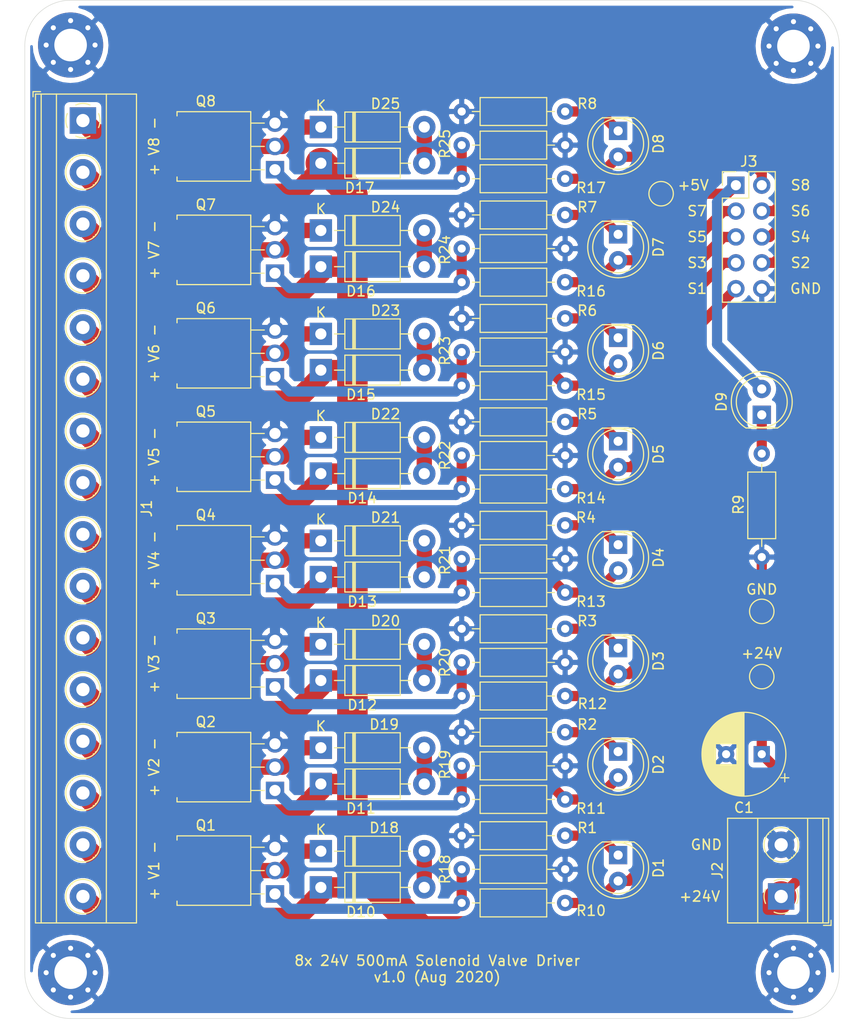
<source format=kicad_pcb>
(kicad_pcb (version 20171130) (host pcbnew "(5.1.6-0-10_14)")
  (layers (0 F.Cu signal) (31 B.Cu signal) (34 B.Paste user) (35 F.Paste user) (36 B.SilkS user) (37 F.SilkS user) (38 B.Mask user) (39 F.Mask user) (44 Edge.Cuts user))
  (net 0 "")
  (net 1 VCC)
  (net 2 GND)
  (net 3 "Net-(D1-Pad1)")
  (net 4 "Net-(D2-Pad1)")
  (net 5 SIG4)
  (net 6 Valve4_Black)
  (net 7 SIG1)
  (net 8 "Net-(D7-Pad1)")
  (net 9 "Net-(D8-Pad1)")
  (net 10 SIG5)
  (net 11 "Net-(D10-Pad2)")
  (net 12 Valve1_Black)
  (net 13 "Net-(D11-Pad2)")
  (net 14 Valve5_Black)
  (net 15 SIG2)
  (net 16 SIG6)
  (net 17 "Net-(D15-Pad2)")
  (net 18 Valve2_Black)
  (net 19 "Net-(D17-Pad2)")
  (net 20 Valve6_Black)
  (net 21 SIG3)
  (net 22 SIG7)
  (net 23 Valve3_Black)
  (net 24 Valve7_Black)
  (net 25 5V)
  (net 26 "Net-(Q1-Pad1)")
  (net 27 "Net-(Q2-Pad1)")
  (net 28 "Net-(Q3-Pad1)")
  (net 29 "Net-(Q4-Pad1)")
  (net 30 "Net-(Q5-Pad1)")
  (net 31 "Net-(Q6-Pad1)")
  (net 32 "Net-(Q7-Pad1)")
  (net 33 "Net-(Q8-Pad1)")
  (net 34 "Net-(D3-Pad1)")
  (net 35 "Net-(D4-Pad1)")
  (net 36 "Net-(D5-Pad1)")
  (net 37 "Net-(D6-Pad1)")
  (net 38 SIG8)
  (net 39 "Net-(D9-Pad1)")
  (net 40 "Net-(D12-Pad2)")
  (net 41 "Net-(D13-Pad2)")
  (net 42 "Net-(D14-Pad2)")
  (net 43 "Net-(D16-Pad2)")
  (net 44 Valve8_Black)
  (module TestPoint:TestPoint_Pad_D2.0mm (layer F.Cu) (at 171.344 63.065)
    (fp_text reference TP3 hide)
    (fp_text value +5V (at 3.154 -0.835) (layer F.SilkS))
    (pad 1 smd circle (at 0 0) (size 2 2) (layers F.Cu F.Mask) (net 25 5V))
  )
  (module TestPoint:TestPoint_Pad_D2.0mm (layer F.Cu) (at 181.229 110.49)
    (fp_text reference TP2 hide)
    (fp_text value +24V (at 0 -2.286) (layer F.SilkS))
    (pad 1 smd circle (at 0 0) (size 2 2) (layers F.Cu F.Mask) (net 1 VCC))
  )
  (module TestPoint:TestPoint_Pad_D2.0mm (layer F.Cu) (at 181.229 104.084)
    (fp_text reference TP1 hide)
    (fp_text value GND (at 0 -2.159) (layer F.SilkS))
    (pad 1 smd circle (at 0 0) (size 2 2) (layers F.Cu F.Mask) (net 2 GND))
  )
  (module MountingHole:MountingHole_3.2mm_M3_Pad_Via (layer F.Cu) (at 184.344 139.565)
    (fp_text reference H4 hide)
    (fp_text value MountingHole_Pad)
    (pad 1 thru_hole circle (at 1.697056 -1.697056) (size 0.8 0.8) (drill 0.5) (layers *.Cu *.Mask) (net 2 GND))
    (pad 1 thru_hole circle (at 0 -2.4) (size 0.8 0.8) (drill 0.5) (layers *.Cu *.Mask) (net 2 GND))
    (pad 1 thru_hole circle (at -1.697056 -1.697056) (size 0.8 0.8) (drill 0.5) (layers *.Cu *.Mask) (net 2 GND))
    (pad 1 thru_hole circle (at -2.4 0) (size 0.8 0.8) (drill 0.5) (layers *.Cu *.Mask) (net 2 GND))
    (pad 1 thru_hole circle (at -1.697056 1.697056) (size 0.8 0.8) (drill 0.5) (layers *.Cu *.Mask) (net 2 GND))
    (pad 1 thru_hole circle (at 0 2.4) (size 0.8 0.8) (drill 0.5) (layers *.Cu *.Mask) (net 2 GND))
    (pad 1 thru_hole circle (at 1.697056 1.697056) (size 0.8 0.8) (drill 0.5) (layers *.Cu *.Mask) (net 2 GND))
    (pad 1 thru_hole circle (at 2.4 0) (size 0.8 0.8) (drill 0.5) (layers *.Cu *.Mask) (net 2 GND))
    (pad 1 thru_hole circle (at 0 0) (size 6.4 6.4) (drill 3.2) (layers *.Cu *.Mask) (net 2 GND))
  )
  (module MountingHole:MountingHole_3.2mm_M3_Pad_Via (layer F.Cu) (at 184.344 48.565)
    (fp_text reference H3 hide)
    (fp_text value MountingHole_Pad)
    (pad 1 thru_hole circle (at 1.697056 -1.697056) (size 0.8 0.8) (drill 0.5) (layers *.Cu *.Mask) (net 2 GND))
    (pad 1 thru_hole circle (at 0 -2.4) (size 0.8 0.8) (drill 0.5) (layers *.Cu *.Mask) (net 2 GND))
    (pad 1 thru_hole circle (at -1.697056 -1.697056) (size 0.8 0.8) (drill 0.5) (layers *.Cu *.Mask) (net 2 GND))
    (pad 1 thru_hole circle (at -2.4 0) (size 0.8 0.8) (drill 0.5) (layers *.Cu *.Mask) (net 2 GND))
    (pad 1 thru_hole circle (at -1.697056 1.697056) (size 0.8 0.8) (drill 0.5) (layers *.Cu *.Mask) (net 2 GND))
    (pad 1 thru_hole circle (at 0 2.4) (size 0.8 0.8) (drill 0.5) (layers *.Cu *.Mask) (net 2 GND))
    (pad 1 thru_hole circle (at 1.697056 1.697056) (size 0.8 0.8) (drill 0.5) (layers *.Cu *.Mask) (net 2 GND))
    (pad 1 thru_hole circle (at 2.4 0) (size 0.8 0.8) (drill 0.5) (layers *.Cu *.Mask) (net 2 GND))
    (pad 1 thru_hole circle (at 0 0) (size 6.4 6.4) (drill 3.2) (layers *.Cu *.Mask) (net 2 GND))
  )
  (module MountingHole:MountingHole_3.2mm_M3_Pad_Via (layer F.Cu) (at 113.344 139.565)
    (fp_text reference H2 hide)
    (fp_text value MountingHole_Pad)
    (pad 1 thru_hole circle (at 1.697056 -1.697056) (size 0.8 0.8) (drill 0.5) (layers *.Cu *.Mask) (net 2 GND))
    (pad 1 thru_hole circle (at 0 -2.4) (size 0.8 0.8) (drill 0.5) (layers *.Cu *.Mask) (net 2 GND))
    (pad 1 thru_hole circle (at -1.697056 -1.697056) (size 0.8 0.8) (drill 0.5) (layers *.Cu *.Mask) (net 2 GND))
    (pad 1 thru_hole circle (at -2.4 0) (size 0.8 0.8) (drill 0.5) (layers *.Cu *.Mask) (net 2 GND))
    (pad 1 thru_hole circle (at -1.697056 1.697056) (size 0.8 0.8) (drill 0.5) (layers *.Cu *.Mask) (net 2 GND))
    (pad 1 thru_hole circle (at 0 2.4) (size 0.8 0.8) (drill 0.5) (layers *.Cu *.Mask) (net 2 GND))
    (pad 1 thru_hole circle (at 1.697056 1.697056) (size 0.8 0.8) (drill 0.5) (layers *.Cu *.Mask) (net 2 GND))
    (pad 1 thru_hole circle (at 2.4 0) (size 0.8 0.8) (drill 0.5) (layers *.Cu *.Mask) (net 2 GND))
    (pad 1 thru_hole circle (at 0 0) (size 6.4 6.4) (drill 3.2) (layers *.Cu *.Mask) (net 2 GND))
  )
  (module MountingHole:MountingHole_3.2mm_M3_Pad_Via (layer F.Cu) (at 113.344 48.465)
    (fp_text reference H1 hide)
    (fp_text value MountingHole_Pad)
    (pad 1 thru_hole circle (at 1.697056 -1.697056) (size 0.8 0.8) (drill 0.5) (layers *.Cu *.Mask) (net 2 GND))
    (pad 1 thru_hole circle (at 0 -2.4) (size 0.8 0.8) (drill 0.5) (layers *.Cu *.Mask) (net 2 GND))
    (pad 1 thru_hole circle (at -1.697056 -1.697056) (size 0.8 0.8) (drill 0.5) (layers *.Cu *.Mask) (net 2 GND))
    (pad 1 thru_hole circle (at -2.4 0) (size 0.8 0.8) (drill 0.5) (layers *.Cu *.Mask) (net 2 GND))
    (pad 1 thru_hole circle (at -1.697056 1.697056) (size 0.8 0.8) (drill 0.5) (layers *.Cu *.Mask) (net 2 GND))
    (pad 1 thru_hole circle (at 0 2.4) (size 0.8 0.8) (drill 0.5) (layers *.Cu *.Mask) (net 2 GND))
    (pad 1 thru_hole circle (at 1.697056 1.697056) (size 0.8 0.8) (drill 0.5) (layers *.Cu *.Mask) (net 2 GND))
    (pad 1 thru_hole circle (at 2.4 0) (size 0.8 0.8) (drill 0.5) (layers *.Cu *.Mask) (net 2 GND))
    (pad 1 thru_hole circle (at 0 0) (size 6.4 6.4) (drill 3.2) (layers *.Cu *.Mask) (net 2 GND))
  )
  (module Package_TO_SOT_THT:TO-251-3-1EP_Horizontal_TabDown (layer F.Cu) (at 133.417333 60.71 90)
    (fp_text reference Q8 (at 6.735 -6.798333 180) (layer F.SilkS))
    (fp_text value IRFU024N)
    (pad 3 thru_hole oval (at 4.58 0 90) (size 1.7175 1.8) (drill 1.1) (layers *.Cu *.Mask) (net 2 GND))
    (pad 2 thru_hole oval (at 2.29 0 90) (size 1.7175 1.8) (drill 1.1) (layers *.Cu *.Mask) (net 44 Valve8_Black))
    (pad 1 thru_hole rect (at 0 0 90) (size 1.7175 1.8) (drill 1.1) (layers *.Cu *.Mask) (net 33 "Net-(Q8-Pad1)"))
    (pad 4 smd rect (at 2.29 -7.433333 90) (size 5.7 6.2) (layers F.Cu F.Paste F.Mask) (net 44 Valve8_Black))
  )
  (module Package_TO_SOT_THT:TO-251-3-1EP_Horizontal_TabDown (layer F.Cu) (at 133.417333 101.35 90)
    (fp_text reference Q4 (at 6.735 -6.798333 180) (layer F.SilkS))
    (fp_text value IRFU024N)
    (pad 3 thru_hole oval (at 4.58 0 90) (size 1.7175 1.8) (drill 1.1) (layers *.Cu *.Mask) (net 2 GND))
    (pad 2 thru_hole oval (at 2.29 0 90) (size 1.7175 1.8) (drill 1.1) (layers *.Cu *.Mask) (net 6 Valve4_Black))
    (pad 1 thru_hole rect (at 0 0 90) (size 1.7175 1.8) (drill 1.1) (layers *.Cu *.Mask) (net 29 "Net-(Q4-Pad1)"))
    (pad 4 smd rect (at 2.29 -7.433333 90) (size 5.7 6.2) (layers F.Cu F.Paste F.Mask) (net 6 Valve4_Black))
  )
  (module Package_TO_SOT_THT:TO-251-3-1EP_Horizontal_TabDown (layer F.Cu) (at 133.417333 70.87 90)
    (fp_text reference Q7 (at 6.735 -6.798333 180) (layer F.SilkS))
    (fp_text value IRFU024N)
    (pad 3 thru_hole oval (at 4.58 0 90) (size 1.7175 1.8) (drill 1.1) (layers *.Cu *.Mask) (net 2 GND))
    (pad 2 thru_hole oval (at 2.29 0 90) (size 1.7175 1.8) (drill 1.1) (layers *.Cu *.Mask) (net 24 Valve7_Black))
    (pad 1 thru_hole rect (at 0 0 90) (size 1.7175 1.8) (drill 1.1) (layers *.Cu *.Mask) (net 32 "Net-(Q7-Pad1)"))
    (pad 4 smd rect (at 2.29 -7.433333 90) (size 5.7 6.2) (layers F.Cu F.Paste F.Mask) (net 24 Valve7_Black))
  )
  (module Package_TO_SOT_THT:TO-251-3-1EP_Horizontal_TabDown (layer F.Cu) (at 133.417333 111.51 90)
    (fp_text reference Q3 (at 6.735 -6.798333 180) (layer F.SilkS))
    (fp_text value IRFU024N)
    (pad 3 thru_hole oval (at 4.58 0 90) (size 1.7175 1.8) (drill 1.1) (layers *.Cu *.Mask) (net 2 GND))
    (pad 2 thru_hole oval (at 2.29 0 90) (size 1.7175 1.8) (drill 1.1) (layers *.Cu *.Mask) (net 23 Valve3_Black))
    (pad 1 thru_hole rect (at 0 0 90) (size 1.7175 1.8) (drill 1.1) (layers *.Cu *.Mask) (net 28 "Net-(Q3-Pad1)"))
    (pad 4 smd rect (at 2.29 -7.433333 90) (size 5.7 6.2) (layers F.Cu F.Paste F.Mask) (net 23 Valve3_Black))
  )
  (module Package_TO_SOT_THT:TO-251-3-1EP_Horizontal_TabDown (layer F.Cu) (at 133.417333 81.03 90)
    (fp_text reference Q6 (at 6.735 -6.798333 180) (layer F.SilkS))
    (fp_text value IRFU024N)
    (pad 3 thru_hole oval (at 4.58 0 90) (size 1.7175 1.8) (drill 1.1) (layers *.Cu *.Mask) (net 2 GND))
    (pad 2 thru_hole oval (at 2.29 0 90) (size 1.7175 1.8) (drill 1.1) (layers *.Cu *.Mask) (net 20 Valve6_Black))
    (pad 1 thru_hole rect (at 0 0 90) (size 1.7175 1.8) (drill 1.1) (layers *.Cu *.Mask) (net 31 "Net-(Q6-Pad1)"))
    (pad 4 smd rect (at 2.29 -7.433333 90) (size 5.7 6.2) (layers F.Cu F.Paste F.Mask) (net 20 Valve6_Black))
  )
  (module Package_TO_SOT_THT:TO-251-3-1EP_Horizontal_TabDown (layer F.Cu) (at 133.417333 121.67 90)
    (fp_text reference Q2 (at 6.735 -6.798333 180) (layer F.SilkS))
    (fp_text value IRFU024N)
    (pad 3 thru_hole oval (at 4.58 0 90) (size 1.7175 1.8) (drill 1.1) (layers *.Cu *.Mask) (net 2 GND))
    (pad 2 thru_hole oval (at 2.29 0 90) (size 1.7175 1.8) (drill 1.1) (layers *.Cu *.Mask) (net 18 Valve2_Black))
    (pad 1 thru_hole rect (at 0 0 90) (size 1.7175 1.8) (drill 1.1) (layers *.Cu *.Mask) (net 27 "Net-(Q2-Pad1)"))
    (pad 4 smd rect (at 2.29 -7.433333 90) (size 5.7 6.2) (layers F.Cu F.Paste F.Mask) (net 18 Valve2_Black))
  )
  (module Package_TO_SOT_THT:TO-251-3-1EP_Horizontal_TabDown (layer F.Cu) (at 133.417333 91.19 90)
    (fp_text reference Q5 (at 6.735 -6.798333 180) (layer F.SilkS))
    (fp_text value IRFU024N)
    (pad 3 thru_hole oval (at 4.58 0 90) (size 1.7175 1.8) (drill 1.1) (layers *.Cu *.Mask) (net 2 GND))
    (pad 2 thru_hole oval (at 2.29 0 90) (size 1.7175 1.8) (drill 1.1) (layers *.Cu *.Mask) (net 14 Valve5_Black))
    (pad 1 thru_hole rect (at 0 0 90) (size 1.7175 1.8) (drill 1.1) (layers *.Cu *.Mask) (net 30 "Net-(Q5-Pad1)"))
    (pad 4 smd rect (at 2.29 -7.433333 90) (size 5.7 6.2) (layers F.Cu F.Paste F.Mask) (net 14 Valve5_Black))
  )
  (module Package_TO_SOT_THT:TO-251-3-1EP_Horizontal_TabDown (layer F.Cu) (at 133.417333 131.83 90)
    (fp_text reference Q1 (at 6.735 -6.798333 180) (layer F.SilkS))
    (fp_text value IRFU024N)
    (pad 3 thru_hole oval (at 4.58 0 90) (size 1.7175 1.8) (drill 1.1) (layers *.Cu *.Mask) (net 2 GND))
    (pad 2 thru_hole oval (at 2.29 0 90) (size 1.7175 1.8) (drill 1.1) (layers *.Cu *.Mask) (net 12 Valve1_Black))
    (pad 1 thru_hole rect (at 0 0 90) (size 1.7175 1.8) (drill 1.1) (layers *.Cu *.Mask) (net 26 "Net-(Q1-Pad1)"))
    (pad 4 smd rect (at 2.29 -7.433333 90) (size 5.7 6.2) (layers F.Cu F.Paste F.Mask) (net 12 Valve1_Black))
  )
  (module TerminalBlock_Phoenix:TerminalBlock_Phoenix_MKDS-1,5-16-5.08_1x16_P5.08mm_Horizontal (layer F.Cu) (at 114.554 55.88 270)
    (fp_text reference J1 (at 38.1 -6.26 90) (layer F.SilkS))
    (fp_text value Valves)
    (pad 1 thru_hole rect (at 0 0 270) (size 2.6 2.6) (drill 1.3) (layers *.Cu *.Mask) (net 44 Valve8_Black))
    (pad 2 thru_hole circle (at 5.08 0 270) (size 2.6 2.6) (drill 1.3) (layers *.Cu *.Mask) (net 1 VCC))
    (pad 3 thru_hole circle (at 10.16 0 270) (size 2.6 2.6) (drill 1.3) (layers *.Cu *.Mask) (net 24 Valve7_Black))
    (pad 4 thru_hole circle (at 15.24 0 270) (size 2.6 2.6) (drill 1.3) (layers *.Cu *.Mask) (net 1 VCC))
    (pad 5 thru_hole circle (at 20.32 0 270) (size 2.6 2.6) (drill 1.3) (layers *.Cu *.Mask) (net 20 Valve6_Black))
    (pad 6 thru_hole circle (at 25.4 0 270) (size 2.6 2.6) (drill 1.3) (layers *.Cu *.Mask) (net 1 VCC))
    (pad 7 thru_hole circle (at 30.48 0 270) (size 2.6 2.6) (drill 1.3) (layers *.Cu *.Mask) (net 14 Valve5_Black))
    (pad 8 thru_hole circle (at 35.56 0 270) (size 2.6 2.6) (drill 1.3) (layers *.Cu *.Mask) (net 1 VCC))
    (pad 9 thru_hole circle (at 40.64 0 270) (size 2.6 2.6) (drill 1.3) (layers *.Cu *.Mask) (net 6 Valve4_Black))
    (pad 10 thru_hole circle (at 45.72 0 270) (size 2.6 2.6) (drill 1.3) (layers *.Cu *.Mask) (net 1 VCC))
    (pad 11 thru_hole circle (at 50.8 0 270) (size 2.6 2.6) (drill 1.3) (layers *.Cu *.Mask) (net 23 Valve3_Black))
    (pad 12 thru_hole circle (at 55.88 0 270) (size 2.6 2.6) (drill 1.3) (layers *.Cu *.Mask) (net 1 VCC))
    (pad 13 thru_hole circle (at 60.96 0 270) (size 2.6 2.6) (drill 1.3) (layers *.Cu *.Mask) (net 18 Valve2_Black))
    (pad 14 thru_hole circle (at 66.04 0 270) (size 2.6 2.6) (drill 1.3) (layers *.Cu *.Mask) (net 1 VCC))
    (pad 15 thru_hole circle (at 71.12 0 270) (size 2.6 2.6) (drill 1.3) (layers *.Cu *.Mask) (net 12 Valve1_Black))
    (pad 16 thru_hole circle (at 76.2 0 270) (size 2.6 2.6) (drill 1.3) (layers *.Cu *.Mask) (net 1 VCC) (thermal_gap 0.5))
  )
  (module Capacitor_THT:CP_Radial_D8.0mm_P3.50mm (layer F.Cu) (at 181.229 118.11 180)
    (fp_text reference C1 (at 1.75 -5.25) (layer F.SilkS))
    (fp_text value 100uF)
    (pad 1 thru_hole rect (at 0 0 180) (size 1.6 1.6) (drill 0.8) (layers *.Cu *.Mask) (net 1 VCC))
    (pad 2 thru_hole circle (at 3.5 0 180) (size 1.6 1.6) (drill 0.8) (layers *.Cu *.Mask) (net 2 GND))
  )
  (module LED_THT:LED_D5.0mm (layer F.Cu) (at 167.124 128.016 270)
    (fp_text reference D1 (at 1.27 -3.96 90) (layer F.SilkS))
    (fp_text value LED)
    (pad 1 thru_hole rect (at 0 0 270) (size 1.8 1.8) (drill 0.9) (layers *.Cu *.Mask) (net 3 "Net-(D1-Pad1)"))
    (pad 2 thru_hole circle (at 2.54 0 270) (size 1.8 1.8) (drill 0.9) (layers *.Cu *.Mask) (net 7 SIG1))
  )
  (module LED_THT:LED_D5.0mm (layer F.Cu) (at 167.124 87.376 270)
    (fp_text reference D5 (at 1.27 -3.96 90) (layer F.SilkS))
    (fp_text value LED)
    (pad 1 thru_hole rect (at 0 0 270) (size 1.8 1.8) (drill 0.9) (layers *.Cu *.Mask) (net 36 "Net-(D5-Pad1)"))
    (pad 2 thru_hole circle (at 2.54 0 270) (size 1.8 1.8) (drill 0.9) (layers *.Cu *.Mask) (net 10 SIG5))
  )
  (module Diode_THT:D_DO-41_SOD81_P10.16mm_Horizontal (layer F.Cu) (at 137.922 131.191)
    (fp_text reference D10 (at 3.937 2.413) (layer F.SilkS))
    (fp_text value 1N4937)
    (pad 2 thru_hole oval (at 10.16 0) (size 2.2 2.2) (drill 1.1) (layers *.Cu *.Mask) (net 11 "Net-(D10-Pad2)"))
    (pad 1 thru_hole rect (at 0 0) (size 2.2 2.2) (drill 1.1) (layers *.Cu *.Mask) (net 1 VCC))
  )
  (module Diode_THT:D_DO-41_SOD81_P10.16mm_Horizontal (layer F.Cu) (at 137.922 127.635)
    (fp_text reference D18 (at 6.223 -2.286) (layer F.SilkS))
    (fp_text value 1N4748)
    (fp_text user K (at 0 -2.1) (layer F.SilkS))
    (pad 1 thru_hole rect (at 0 0) (size 2.2 2.2) (drill 1.1) (layers *.Cu *.Mask) (net 12 Valve1_Black))
    (pad 2 thru_hole oval (at 10.16 0) (size 2.2 2.2) (drill 1.1) (layers *.Cu *.Mask) (net 11 "Net-(D10-Pad2)"))
  )
  (module Diode_THT:D_DO-41_SOD81_P10.16mm_Horizontal (layer F.Cu) (at 137.922 90.551)
    (fp_text reference D14 (at 4.064 2.413) (layer F.SilkS))
    (fp_text value 1N4937)
    (pad 2 thru_hole oval (at 10.16 0) (size 2.2 2.2) (drill 1.1) (layers *.Cu *.Mask) (net 42 "Net-(D14-Pad2)"))
    (pad 1 thru_hole rect (at 0 0) (size 2.2 2.2) (drill 1.1) (layers *.Cu *.Mask) (net 1 VCC))
  )
  (module Diode_THT:D_DO-41_SOD81_P10.16mm_Horizontal (layer F.Cu) (at 137.922 86.995)
    (fp_text reference D22 (at 6.35 -2.286) (layer F.SilkS))
    (fp_text value 1N4748)
    (fp_text user K (at 0 -2.1) (layer F.SilkS))
    (pad 1 thru_hole rect (at 0 0) (size 2.2 2.2) (drill 1.1) (layers *.Cu *.Mask) (net 14 Valve5_Black))
    (pad 2 thru_hole oval (at 10.16 0) (size 2.2 2.2) (drill 1.1) (layers *.Cu *.Mask) (net 42 "Net-(D14-Pad2)"))
  )
  (module LED_THT:LED_D5.0mm (layer F.Cu) (at 167.124 117.856 270)
    (fp_text reference D2 (at 1.27 -3.96 90) (layer F.SilkS))
    (fp_text value LED)
    (pad 2 thru_hole circle (at 2.54 0 270) (size 1.8 1.8) (drill 0.9) (layers *.Cu *.Mask) (net 15 SIG2))
    (pad 1 thru_hole rect (at 0 0 270) (size 1.8 1.8) (drill 0.9) (layers *.Cu *.Mask) (net 4 "Net-(D2-Pad1)"))
  )
  (module LED_THT:LED_D5.0mm (layer F.Cu) (at 167.124 77.216 270)
    (fp_text reference D6 (at 1.27 -3.96 90) (layer F.SilkS))
    (fp_text value LED)
    (pad 1 thru_hole rect (at 0 0 270) (size 1.8 1.8) (drill 0.9) (layers *.Cu *.Mask) (net 37 "Net-(D6-Pad1)"))
    (pad 2 thru_hole circle (at 2.54 0 270) (size 1.8 1.8) (drill 0.9) (layers *.Cu *.Mask) (net 16 SIG6))
  )
  (module Diode_THT:D_DO-41_SOD81_P10.16mm_Horizontal (layer F.Cu) (at 137.922 121.031)
    (fp_text reference D11 (at 3.937 2.413) (layer F.SilkS))
    (fp_text value 1N4937)
    (pad 2 thru_hole oval (at 10.16 0) (size 2.2 2.2) (drill 1.1) (layers *.Cu *.Mask) (net 13 "Net-(D11-Pad2)"))
    (pad 1 thru_hole rect (at 0 0) (size 2.2 2.2) (drill 1.1) (layers *.Cu *.Mask) (net 1 VCC))
  )
  (module Diode_THT:D_DO-41_SOD81_P10.16mm_Horizontal (layer F.Cu) (at 137.922 117.475)
    (fp_text reference D19 (at 6.223 -2.286) (layer F.SilkS))
    (fp_text value 1N4748)
    (fp_text user K (at 0 -2.1) (layer F.SilkS))
    (pad 1 thru_hole rect (at 0 0) (size 2.2 2.2) (drill 1.1) (layers *.Cu *.Mask) (net 18 Valve2_Black))
    (pad 2 thru_hole oval (at 10.16 0) (size 2.2 2.2) (drill 1.1) (layers *.Cu *.Mask) (net 13 "Net-(D11-Pad2)"))
  )
  (module Diode_THT:D_DO-41_SOD81_P10.16mm_Horizontal (layer F.Cu) (at 137.922 80.391)
    (fp_text reference D15 (at 3.937 2.413) (layer F.SilkS))
    (fp_text value 1N4937)
    (pad 2 thru_hole oval (at 10.16 0) (size 2.2 2.2) (drill 1.1) (layers *.Cu *.Mask) (net 17 "Net-(D15-Pad2)"))
    (pad 1 thru_hole rect (at 0 0) (size 2.2 2.2) (drill 1.1) (layers *.Cu *.Mask) (net 1 VCC))
  )
  (module Diode_THT:D_DO-41_SOD81_P10.16mm_Horizontal (layer F.Cu) (at 137.922 76.835)
    (fp_text reference D23 (at 6.35 -2.286) (layer F.SilkS))
    (fp_text value 1N4748)
    (fp_text user K (at 0 -2.1) (layer F.SilkS))
    (pad 1 thru_hole rect (at 0 0) (size 2.2 2.2) (drill 1.1) (layers *.Cu *.Mask) (net 20 Valve6_Black))
    (pad 2 thru_hole oval (at 10.16 0) (size 2.2 2.2) (drill 1.1) (layers *.Cu *.Mask) (net 17 "Net-(D15-Pad2)"))
  )
  (module LED_THT:LED_D5.0mm (layer F.Cu) (at 167.124 107.696 270)
    (fp_text reference D3 (at 1.27 -3.96 90) (layer F.SilkS))
    (fp_text value LED)
    (pad 1 thru_hole rect (at 0 0 270) (size 1.8 1.8) (drill 0.9) (layers *.Cu *.Mask) (net 34 "Net-(D3-Pad1)"))
    (pad 2 thru_hole circle (at 2.54 0 270) (size 1.8 1.8) (drill 0.9) (layers *.Cu *.Mask) (net 21 SIG3))
  )
  (module LED_THT:LED_D5.0mm (layer F.Cu) (at 167.124 67.056 270)
    (fp_text reference D7 (at 1.27 -3.96 90) (layer F.SilkS))
    (fp_text value LED)
    (pad 2 thru_hole circle (at 2.54 0 270) (size 1.8 1.8) (drill 0.9) (layers *.Cu *.Mask) (net 22 SIG7))
    (pad 1 thru_hole rect (at 0 0 270) (size 1.8 1.8) (drill 0.9) (layers *.Cu *.Mask) (net 8 "Net-(D7-Pad1)"))
  )
  (module Diode_THT:D_DO-41_SOD81_P10.16mm_Horizontal (layer F.Cu) (at 137.922 110.871)
    (fp_text reference D12 (at 4.064 2.413) (layer F.SilkS))
    (fp_text value 1N4937)
    (pad 2 thru_hole oval (at 10.16 0) (size 2.2 2.2) (drill 1.1) (layers *.Cu *.Mask) (net 40 "Net-(D12-Pad2)"))
    (pad 1 thru_hole rect (at 0 0) (size 2.2 2.2) (drill 1.1) (layers *.Cu *.Mask) (net 1 VCC))
  )
  (module Diode_THT:D_DO-41_SOD81_P10.16mm_Horizontal (layer F.Cu) (at 137.922 107.315)
    (fp_text reference D20 (at 6.35 -2.286) (layer F.SilkS))
    (fp_text value 1N4748)
    (fp_text user K (at 0 -2.1) (layer F.SilkS))
    (pad 1 thru_hole rect (at 0 0) (size 2.2 2.2) (drill 1.1) (layers *.Cu *.Mask) (net 23 Valve3_Black))
    (pad 2 thru_hole oval (at 10.16 0) (size 2.2 2.2) (drill 1.1) (layers *.Cu *.Mask) (net 40 "Net-(D12-Pad2)"))
  )
  (module Diode_THT:D_DO-41_SOD81_P10.16mm_Horizontal (layer F.Cu) (at 137.922 70.231)
    (fp_text reference D16 (at 3.937 2.413) (layer F.SilkS))
    (fp_text value 1N4937)
    (pad 2 thru_hole oval (at 10.16 0) (size 2.2 2.2) (drill 1.1) (layers *.Cu *.Mask) (net 43 "Net-(D16-Pad2)"))
    (pad 1 thru_hole rect (at 0 0) (size 2.2 2.2) (drill 1.1) (layers *.Cu *.Mask) (net 1 VCC))
  )
  (module Diode_THT:D_DO-41_SOD81_P10.16mm_Horizontal (layer F.Cu) (at 137.922 66.675)
    (fp_text reference D24 (at 6.35 -2.286) (layer F.SilkS))
    (fp_text value 1N4748)
    (fp_text user K (at 0 -2.1) (layer F.SilkS))
    (pad 1 thru_hole rect (at 0 0) (size 2.2 2.2) (drill 1.1) (layers *.Cu *.Mask) (net 24 Valve7_Black))
    (pad 2 thru_hole oval (at 10.16 0) (size 2.2 2.2) (drill 1.1) (layers *.Cu *.Mask) (net 43 "Net-(D16-Pad2)"))
  )
  (module LED_THT:LED_D5.0mm (layer F.Cu) (at 167.124 97.536 270)
    (fp_text reference D4 (at 1.27 -3.96 90) (layer F.SilkS))
    (fp_text value LED)
    (pad 2 thru_hole circle (at 2.54 0 270) (size 1.8 1.8) (drill 0.9) (layers *.Cu *.Mask) (net 5 SIG4))
    (pad 1 thru_hole rect (at 0 0 270) (size 1.8 1.8) (drill 0.9) (layers *.Cu *.Mask) (net 35 "Net-(D4-Pad1)"))
  )
  (module LED_THT:LED_D5.0mm (layer F.Cu) (at 167.124 56.896 270)
    (fp_text reference D8 (at 1.27 -3.96 90) (layer F.SilkS))
    (fp_text value LED)
    (pad 1 thru_hole rect (at 0 0 270) (size 1.8 1.8) (drill 0.9) (layers *.Cu *.Mask) (net 9 "Net-(D8-Pad1)"))
    (pad 2 thru_hole circle (at 2.54 0 270) (size 1.8 1.8) (drill 0.9) (layers *.Cu *.Mask) (net 38 SIG8))
  )
  (module Diode_THT:D_DO-41_SOD81_P10.16mm_Horizontal (layer F.Cu) (at 137.922 100.711)
    (fp_text reference D13 (at 4.064 2.413) (layer F.SilkS))
    (fp_text value 1N4937)
    (pad 2 thru_hole oval (at 10.16 0) (size 2.2 2.2) (drill 1.1) (layers *.Cu *.Mask) (net 41 "Net-(D13-Pad2)"))
    (pad 1 thru_hole rect (at 0 0) (size 2.2 2.2) (drill 1.1) (layers *.Cu *.Mask) (net 1 VCC))
  )
  (module Diode_THT:D_DO-41_SOD81_P10.16mm_Horizontal (layer F.Cu) (at 137.922 97.155)
    (fp_text reference D21 (at 6.35 -2.286) (layer F.SilkS))
    (fp_text value 1N4748)
    (fp_text user K (at 0 -2.1) (layer F.SilkS))
    (pad 1 thru_hole rect (at 0 0) (size 2.2 2.2) (drill 1.1) (layers *.Cu *.Mask) (net 6 Valve4_Black))
    (pad 2 thru_hole oval (at 10.16 0) (size 2.2 2.2) (drill 1.1) (layers *.Cu *.Mask) (net 41 "Net-(D13-Pad2)"))
  )
  (module Diode_THT:D_DO-41_SOD81_P10.16mm_Horizontal (layer F.Cu) (at 137.922 60.071)
    (fp_text reference D17 (at 3.81 2.413) (layer F.SilkS))
    (fp_text value 1N4937)
    (pad 2 thru_hole oval (at 10.16 0) (size 2.2 2.2) (drill 1.1) (layers *.Cu *.Mask) (net 19 "Net-(D17-Pad2)"))
    (pad 1 thru_hole rect (at 0 0) (size 2.2 2.2) (drill 1.1) (layers *.Cu *.Mask) (net 1 VCC))
  )
  (module Diode_THT:D_DO-41_SOD81_P10.16mm_Horizontal (layer F.Cu) (at 137.922 56.515)
    (fp_text reference D25 (at 6.35 -2.286) (layer F.SilkS))
    (fp_text value 1N4748)
    (fp_text user K (at 0 -2.1) (layer F.SilkS))
    (pad 1 thru_hole rect (at 0 0) (size 2.2 2.2) (drill 1.1) (layers *.Cu *.Mask) (net 44 Valve8_Black))
    (pad 2 thru_hole oval (at 10.16 0) (size 2.2 2.2) (drill 1.1) (layers *.Cu *.Mask) (net 19 "Net-(D17-Pad2)"))
  )
  (module LED_THT:LED_D5.0mm (layer F.Cu) (at 181.229 84.78 90)
    (fp_text reference D9 (at 1.27 -3.96 90) (layer F.SilkS))
    (fp_text value LED)
    (pad 2 thru_hole circle (at 2.54 0 90) (size 1.8 1.8) (drill 0.9) (layers *.Cu *.Mask) (net 25 5V))
    (pad 1 thru_hole rect (at 0 0 90) (size 1.8 1.8) (drill 0.9) (layers *.Cu *.Mask) (net 39 "Net-(D9-Pad1)"))
  )
  (module Connector_PinHeader_2.54mm:PinHeader_2x05_P2.54mm_Vertical (layer F.Cu) (at 178.689 62.23)
    (fp_text reference J3 (at 1.27 -2.33) (layer F.SilkS))
    (fp_text value Signals)
    (pad 1 thru_hole rect (at 0 0) (size 1.7 1.7) (drill 1) (layers *.Cu *.Mask) (net 25 5V))
    (pad 2 thru_hole oval (at 2.54 0) (size 1.7 1.7) (drill 1) (layers *.Cu *.Mask) (net 38 SIG8))
    (pad 3 thru_hole oval (at 0 2.54) (size 1.7 1.7) (drill 1) (layers *.Cu *.Mask) (net 22 SIG7))
    (pad 4 thru_hole oval (at 2.54 2.54) (size 1.7 1.7) (drill 1) (layers *.Cu *.Mask) (net 16 SIG6))
    (pad 5 thru_hole oval (at 0 5.08) (size 1.7 1.7) (drill 1) (layers *.Cu *.Mask) (net 10 SIG5))
    (pad 6 thru_hole oval (at 2.54 5.08) (size 1.7 1.7) (drill 1) (layers *.Cu *.Mask) (net 5 SIG4))
    (pad 7 thru_hole oval (at 0 7.62) (size 1.7 1.7) (drill 1) (layers *.Cu *.Mask) (net 21 SIG3))
    (pad 8 thru_hole oval (at 2.54 7.62) (size 1.7 1.7) (drill 1) (layers *.Cu *.Mask) (net 15 SIG2))
    (pad 9 thru_hole oval (at 0 10.16) (size 1.7 1.7) (drill 1) (layers *.Cu *.Mask) (net 7 SIG1))
    (pad 10 thru_hole oval (at 2.54 10.16) (size 1.7 1.7) (drill 1) (layers *.Cu *.Mask) (net 2 GND))
  )
  (module TerminalBlock_Phoenix:TerminalBlock_Phoenix_MKDS-1,5-2-5.08_1x02_P5.08mm_Horizontal (layer F.Cu) (at 183.134 132.08 90)
    (fp_text reference J2 (at 2.54 -6.26 90) (layer F.SilkS))
    (fp_text value Power)
    (pad 1 thru_hole rect (at 0 0 90) (size 2.6 2.6) (drill 1.3) (layers *.Cu *.Mask) (net 1 VCC))
    (pad 2 thru_hole circle (at 5.08 0 90) (size 2.6 2.6) (drill 1.3) (layers *.Cu *.Mask) (net 2 GND))
  )
  (module Resistor_THT:R_Axial_DIN0207_L6.3mm_D2.5mm_P10.16mm_Horizontal (layer F.Cu) (at 161.917 126.111 180)
    (fp_text reference R1 (at -2.167 0.762) (layer F.SilkS))
    (fp_text value 220)
    (pad 2 thru_hole oval (at 10.16 0 180) (size 1.6 1.6) (drill 0.8) (layers *.Cu *.Mask) (net 2 GND))
    (pad 1 thru_hole circle (at 0 0 180) (size 1.6 1.6) (drill 0.8) (layers *.Cu *.Mask) (net 3 "Net-(D1-Pad1)"))
  )
  (module Resistor_THT:R_Axial_DIN0207_L6.3mm_D2.5mm_P10.16mm_Horizontal (layer F.Cu) (at 161.917 85.471 180)
    (fp_text reference R5 (at -2.167 0.762) (layer F.SilkS))
    (fp_text value 220)
    (pad 1 thru_hole circle (at 0 0 180) (size 1.6 1.6) (drill 0.8) (layers *.Cu *.Mask) (net 36 "Net-(D5-Pad1)"))
    (pad 2 thru_hole oval (at 10.16 0 180) (size 1.6 1.6) (drill 0.8) (layers *.Cu *.Mask) (net 2 GND))
  )
  (module Resistor_THT:R_Axial_DIN0207_L6.3mm_D2.5mm_P10.16mm_Horizontal (layer F.Cu) (at 151.757 132.715)
    (fp_text reference R10 (at 12.708 0.762) (layer F.SilkS))
    (fp_text value 100)
    (pad 1 thru_hole circle (at 0 0) (size 1.6 1.6) (drill 0.8) (layers *.Cu *.Mask) (net 26 "Net-(Q1-Pad1)"))
    (pad 2 thru_hole oval (at 10.16 0) (size 1.6 1.6) (drill 0.8) (layers *.Cu *.Mask) (net 7 SIG1))
  )
  (module Resistor_THT:R_Axial_DIN0207_L6.3mm_D2.5mm_P10.16mm_Horizontal (layer F.Cu) (at 151.757 92.075)
    (fp_text reference R14 (at 12.708 0.889) (layer F.SilkS))
    (fp_text value 100)
    (pad 2 thru_hole oval (at 10.16 0) (size 1.6 1.6) (drill 0.8) (layers *.Cu *.Mask) (net 10 SIG5))
    (pad 1 thru_hole circle (at 0 0) (size 1.6 1.6) (drill 0.8) (layers *.Cu *.Mask) (net 30 "Net-(Q5-Pad1)"))
  )
  (module Resistor_THT:R_Axial_DIN0207_L6.3mm_D2.5mm_P10.16mm_Horizontal (layer F.Cu) (at 151.757 129.413)
    (fp_text reference R18 (at -1.643 0 90) (layer F.SilkS))
    (fp_text value 100k)
    (pad 2 thru_hole oval (at 10.16 0) (size 1.6 1.6) (drill 0.8) (layers *.Cu *.Mask) (net 2 GND))
    (pad 1 thru_hole circle (at 0 0) (size 1.6 1.6) (drill 0.8) (layers *.Cu *.Mask) (net 26 "Net-(Q1-Pad1)"))
  )
  (module Resistor_THT:R_Axial_DIN0207_L6.3mm_D2.5mm_P10.16mm_Horizontal (layer F.Cu) (at 151.757 88.773)
    (fp_text reference R22 (at -1.643 0 90) (layer F.SilkS))
    (fp_text value 100k)
    (pad 1 thru_hole circle (at 0 0) (size 1.6 1.6) (drill 0.8) (layers *.Cu *.Mask) (net 30 "Net-(Q5-Pad1)"))
    (pad 2 thru_hole oval (at 10.16 0) (size 1.6 1.6) (drill 0.8) (layers *.Cu *.Mask) (net 2 GND))
  )
  (module Resistor_THT:R_Axial_DIN0207_L6.3mm_D2.5mm_P10.16mm_Horizontal (layer F.Cu) (at 161.917 115.951 180)
    (fp_text reference R2 (at -2.167 0.762) (layer F.SilkS))
    (fp_text value 220)
    (pad 1 thru_hole circle (at 0 0 180) (size 1.6 1.6) (drill 0.8) (layers *.Cu *.Mask) (net 4 "Net-(D2-Pad1)"))
    (pad 2 thru_hole oval (at 10.16 0 180) (size 1.6 1.6) (drill 0.8) (layers *.Cu *.Mask) (net 2 GND))
  )
  (module Resistor_THT:R_Axial_DIN0207_L6.3mm_D2.5mm_P10.16mm_Horizontal (layer F.Cu) (at 161.917 75.311 180)
    (fp_text reference R6 (at -2.167 0.762) (layer F.SilkS))
    (fp_text value 220)
    (pad 2 thru_hole oval (at 10.16 0 180) (size 1.6 1.6) (drill 0.8) (layers *.Cu *.Mask) (net 2 GND))
    (pad 1 thru_hole circle (at 0 0 180) (size 1.6 1.6) (drill 0.8) (layers *.Cu *.Mask) (net 37 "Net-(D6-Pad1)"))
  )
  (module Resistor_THT:R_Axial_DIN0207_L6.3mm_D2.5mm_P10.16mm_Horizontal (layer F.Cu) (at 151.757 122.555)
    (fp_text reference R11 (at 12.708 0.889) (layer F.SilkS))
    (fp_text value 100)
    (pad 1 thru_hole circle (at 0 0) (size 1.6 1.6) (drill 0.8) (layers *.Cu *.Mask) (net 27 "Net-(Q2-Pad1)"))
    (pad 2 thru_hole oval (at 10.16 0) (size 1.6 1.6) (drill 0.8) (layers *.Cu *.Mask) (net 15 SIG2))
  )
  (module Resistor_THT:R_Axial_DIN0207_L6.3mm_D2.5mm_P10.16mm_Horizontal (layer F.Cu) (at 151.757 81.915)
    (fp_text reference R15 (at 12.708 0.889) (layer F.SilkS))
    (fp_text value 100)
    (pad 1 thru_hole circle (at 0 0) (size 1.6 1.6) (drill 0.8) (layers *.Cu *.Mask) (net 31 "Net-(Q6-Pad1)"))
    (pad 2 thru_hole oval (at 10.16 0) (size 1.6 1.6) (drill 0.8) (layers *.Cu *.Mask) (net 16 SIG6))
  )
  (module Resistor_THT:R_Axial_DIN0207_L6.3mm_D2.5mm_P10.16mm_Horizontal (layer F.Cu) (at 151.757 119.253)
    (fp_text reference R19 (at -1.643 -0.127 90) (layer F.SilkS))
    (fp_text value 100k)
    (pad 2 thru_hole oval (at 10.16 0) (size 1.6 1.6) (drill 0.8) (layers *.Cu *.Mask) (net 2 GND))
    (pad 1 thru_hole circle (at 0 0) (size 1.6 1.6) (drill 0.8) (layers *.Cu *.Mask) (net 27 "Net-(Q2-Pad1)"))
  )
  (module Resistor_THT:R_Axial_DIN0207_L6.3mm_D2.5mm_P10.16mm_Horizontal (layer F.Cu) (at 151.757 78.613)
    (fp_text reference R23 (at -1.643 -0.127 90) (layer F.SilkS))
    (fp_text value 100k)
    (pad 2 thru_hole oval (at 10.16 0) (size 1.6 1.6) (drill 0.8) (layers *.Cu *.Mask) (net 2 GND))
    (pad 1 thru_hole circle (at 0 0) (size 1.6 1.6) (drill 0.8) (layers *.Cu *.Mask) (net 31 "Net-(Q6-Pad1)"))
  )
  (module Resistor_THT:R_Axial_DIN0207_L6.3mm_D2.5mm_P10.16mm_Horizontal (layer F.Cu) (at 161.917 105.791 180)
    (fp_text reference R3 (at -2.167 0.762) (layer F.SilkS))
    (fp_text value 220)
    (pad 1 thru_hole circle (at 0 0 180) (size 1.6 1.6) (drill 0.8) (layers *.Cu *.Mask) (net 34 "Net-(D3-Pad1)"))
    (pad 2 thru_hole oval (at 10.16 0 180) (size 1.6 1.6) (drill 0.8) (layers *.Cu *.Mask) (net 2 GND))
  )
  (module Resistor_THT:R_Axial_DIN0207_L6.3mm_D2.5mm_P10.16mm_Horizontal (layer F.Cu) (at 161.917 65.151 180)
    (fp_text reference R7 (at -2.167 0.762) (layer F.SilkS))
    (fp_text value 220)
    (pad 1 thru_hole circle (at 0 0 180) (size 1.6 1.6) (drill 0.8) (layers *.Cu *.Mask) (net 8 "Net-(D7-Pad1)"))
    (pad 2 thru_hole oval (at 10.16 0 180) (size 1.6 1.6) (drill 0.8) (layers *.Cu *.Mask) (net 2 GND))
  )
  (module Resistor_THT:R_Axial_DIN0207_L6.3mm_D2.5mm_P10.16mm_Horizontal (layer F.Cu) (at 151.757 112.395)
    (fp_text reference R12 (at 12.835 0.762) (layer F.SilkS))
    (fp_text value 100)
    (pad 2 thru_hole oval (at 10.16 0) (size 1.6 1.6) (drill 0.8) (layers *.Cu *.Mask) (net 21 SIG3))
    (pad 1 thru_hole circle (at 0 0) (size 1.6 1.6) (drill 0.8) (layers *.Cu *.Mask) (net 28 "Net-(Q3-Pad1)"))
  )
  (module Resistor_THT:R_Axial_DIN0207_L6.3mm_D2.5mm_P10.16mm_Horizontal (layer F.Cu) (at 151.757 71.755)
    (fp_text reference R16 (at 12.708 0.889) (layer F.SilkS))
    (fp_text value 100)
    (pad 2 thru_hole oval (at 10.16 0) (size 1.6 1.6) (drill 0.8) (layers *.Cu *.Mask) (net 22 SIG7))
    (pad 1 thru_hole circle (at 0 0) (size 1.6 1.6) (drill 0.8) (layers *.Cu *.Mask) (net 32 "Net-(Q7-Pad1)"))
  )
  (module Resistor_THT:R_Axial_DIN0207_L6.3mm_D2.5mm_P10.16mm_Horizontal (layer F.Cu) (at 151.757 109.093)
    (fp_text reference R20 (at -1.643 0 90) (layer F.SilkS))
    (fp_text value 100k)
    (pad 1 thru_hole circle (at 0 0) (size 1.6 1.6) (drill 0.8) (layers *.Cu *.Mask) (net 28 "Net-(Q3-Pad1)"))
    (pad 2 thru_hole oval (at 10.16 0) (size 1.6 1.6) (drill 0.8) (layers *.Cu *.Mask) (net 2 GND))
  )
  (module Resistor_THT:R_Axial_DIN0207_L6.3mm_D2.5mm_P10.16mm_Horizontal (layer F.Cu) (at 151.757 68.453)
    (fp_text reference R24 (at -1.643 0.127 90) (layer F.SilkS))
    (fp_text value 100k)
    (pad 1 thru_hole circle (at 0 0) (size 1.6 1.6) (drill 0.8) (layers *.Cu *.Mask) (net 32 "Net-(Q7-Pad1)"))
    (pad 2 thru_hole oval (at 10.16 0) (size 1.6 1.6) (drill 0.8) (layers *.Cu *.Mask) (net 2 GND))
  )
  (module Resistor_THT:R_Axial_DIN0207_L6.3mm_D2.5mm_P10.16mm_Horizontal (layer F.Cu) (at 161.917 95.631 180)
    (fp_text reference R4 (at -2.04 0.762) (layer F.SilkS))
    (fp_text value 220)
    (pad 1 thru_hole circle (at 0 0 180) (size 1.6 1.6) (drill 0.8) (layers *.Cu *.Mask) (net 35 "Net-(D4-Pad1)"))
    (pad 2 thru_hole oval (at 10.16 0 180) (size 1.6 1.6) (drill 0.8) (layers *.Cu *.Mask) (net 2 GND))
  )
  (module Resistor_THT:R_Axial_DIN0207_L6.3mm_D2.5mm_P10.16mm_Horizontal (layer F.Cu) (at 161.917 54.991 180)
    (fp_text reference R8 (at -2.167 0.762 180) (layer F.SilkS))
    (fp_text value 220)
    (pad 2 thru_hole oval (at 10.16 0 180) (size 1.6 1.6) (drill 0.8) (layers *.Cu *.Mask) (net 2 GND))
    (pad 1 thru_hole circle (at 0 0 180) (size 1.6 1.6) (drill 0.8) (layers *.Cu *.Mask) (net 9 "Net-(D8-Pad1)"))
  )
  (module Resistor_THT:R_Axial_DIN0207_L6.3mm_D2.5mm_P10.16mm_Horizontal (layer F.Cu) (at 151.757 102.235)
    (fp_text reference R13 (at 12.708 0.889) (layer F.SilkS))
    (fp_text value 100)
    (pad 1 thru_hole circle (at 0 0) (size 1.6 1.6) (drill 0.8) (layers *.Cu *.Mask) (net 29 "Net-(Q4-Pad1)"))
    (pad 2 thru_hole oval (at 10.16 0) (size 1.6 1.6) (drill 0.8) (layers *.Cu *.Mask) (net 5 SIG4))
  )
  (module Resistor_THT:R_Axial_DIN0207_L6.3mm_D2.5mm_P10.16mm_Horizontal (layer F.Cu) (at 151.757 61.595)
    (fp_text reference R17 (at 12.708 0.889) (layer F.SilkS))
    (fp_text value 100)
    (pad 1 thru_hole circle (at 0 0) (size 1.6 1.6) (drill 0.8) (layers *.Cu *.Mask) (net 33 "Net-(Q8-Pad1)"))
    (pad 2 thru_hole oval (at 10.16 0) (size 1.6 1.6) (drill 0.8) (layers *.Cu *.Mask) (net 38 SIG8))
  )
  (module Resistor_THT:R_Axial_DIN0207_L6.3mm_D2.5mm_P10.16mm_Horizontal (layer F.Cu) (at 151.757 98.933)
    (fp_text reference R21 (at -1.643 0.127 90) (layer F.SilkS))
    (fp_text value 100k)
    (pad 2 thru_hole oval (at 10.16 0) (size 1.6 1.6) (drill 0.8) (layers *.Cu *.Mask) (net 2 GND))
    (pad 1 thru_hole circle (at 0 0) (size 1.6 1.6) (drill 0.8) (layers *.Cu *.Mask) (net 29 "Net-(Q4-Pad1)"))
  )
  (module Resistor_THT:R_Axial_DIN0207_L6.3mm_D2.5mm_P10.16mm_Horizontal (layer F.Cu) (at 151.757 58.293)
    (fp_text reference R25 (at -1.643 -0.127 90) (layer F.SilkS))
    (fp_text value 100k)
    (pad 2 thru_hole oval (at 10.16 0) (size 1.6 1.6) (drill 0.8) (layers *.Cu *.Mask) (net 2 GND))
    (pad 1 thru_hole circle (at 0 0) (size 1.6 1.6) (drill 0.8) (layers *.Cu *.Mask) (net 33 "Net-(Q8-Pad1)"))
  )
  (module Resistor_THT:R_Axial_DIN0207_L6.3mm_D2.5mm_P10.16mm_Horizontal (layer F.Cu) (at 181.229 88.59 270)
    (fp_text reference R9 (at 5.009 2.286 90) (layer F.SilkS))
    (fp_text value 220)
    (pad 2 thru_hole oval (at 10.16 0 270) (size 1.6 1.6) (drill 0.8) (layers *.Cu *.Mask) (net 2 GND))
    (pad 1 thru_hole circle (at 0 0 270) (size 1.6 1.6) (drill 0.8) (layers *.Cu *.Mask) (net 39 "Net-(D9-Pad1)"))
  )
  (gr_arc (start 113.344 139.565) (end 108.844 139.565) (angle -90) (layer Edge.Cuts) (width 0.05))
  (gr_arc (start 113.344 48.565) (end 113.344 44.065) (angle -90) (layer Edge.Cuts) (width 0.05))
  (gr_arc (start 184.344 48.565) (end 188.844 48.565) (angle -90) (layer Edge.Cuts) (width 0.05))
  (gr_arc (start 184.344 139.565) (end 184.344 144.065) (angle -90) (layer Edge.Cuts) (width 0.05))
  (gr_text GND (at 185.547 72.39) (layer F.SilkS) (effects (font (size 1 1))))
  (gr_text "8x 24V 500mA Solenoid Valve Driver\nv1.0 (Aug 2020)" (at 149.352 139.192) (layer F.SilkS) (effects (font (size 1 1))))
  (gr_text "+ V1 -" (at 121.539 129.54 90) (layer F.SilkS) (effects (font (size 1 1))))
  (gr_text "+ V2 -" (at 121.539 119.38 90) (layer F.SilkS) (effects (font (size 1 1))))
  (gr_text "+ V3 -" (at 121.539 109.22 90) (layer F.SilkS) (effects (font (size 1 1))))
  (gr_text "+ V4 -" (at 121.539 99.06 90) (layer F.SilkS) (effects (font (size 1 1))))
  (gr_text "+ V5 -" (at 121.539 88.9 90) (layer F.SilkS) (effects (font (size 1 1))))
  (gr_text "+ V6 -" (at 121.539 78.74 90) (layer F.SilkS) (effects (font (size 1 1))))
  (gr_text "+ V7 -" (at 121.539 68.58 90) (layer F.SilkS) (effects (font (size 1 1))))
  (gr_text "+ V8 -" (at 121.539 58.42 90) (layer F.SilkS) (effects (font (size 1 1))))
  (gr_text S8 (at 185.039 62.23) (layer F.SilkS) (effects (font (size 1 1))))
  (gr_text S6 (at 185.039 64.77) (layer F.SilkS) (effects (font (size 1 1))))
  (gr_text S4 (at 185.039 67.31) (layer F.SilkS) (effects (font (size 1 1))))
  (gr_text "S2\n" (at 185.039 69.85) (layer F.SilkS) (effects (font (size 1 1))))
  (gr_text S1 (at 174.879 72.39) (layer F.SilkS) (effects (font (size 1 1))))
  (gr_text S3 (at 174.879 69.85) (layer F.SilkS) (effects (font (size 1 1))))
  (gr_text S5 (at 174.879 67.31) (layer F.SilkS) (effects (font (size 1 1))))
  (gr_text S7 (at 174.879 64.77) (layer F.SilkS) (effects (font (size 1 1))))
  (gr_text GND (at 175.784 127) (layer F.SilkS) (effects (font (size 1 1))))
  (gr_text +24V (at 175.133 132.08) (layer F.SilkS) (effects (font (size 1 1))))
  (gr_line (start 184.344 44.065) (end 113.344 44.065) (layer Edge.Cuts) (width 0.05))
  (gr_line (start 188.844 139.565) (end 188.844 48.565) (layer Edge.Cuts) (width 0.05))
  (gr_line (start 113.344 144.065) (end 184.344 144.065) (layer Edge.Cuts) (width 0.05))
  (gr_line (start 108.844 48.565) (end 108.844 139.565) (layer Edge.Cuts) (width 0.05))
  (segment (start 185.434001 122.315001) (end 181.229 118.11) (width 1) (layer F.Cu) (net 1))
  (segment (start 185.434001 129.779999) (end 185.434001 122.315001) (width 1) (layer F.Cu) (net 1))
  (segment (start 183.134 132.08) (end 185.434001 129.779999) (width 1) (layer F.Cu) (net 1))
  (segment (start 181.229 118.11) (end 181.229 110.49) (width 1) (layer F.Cu) (net 1))
  (segment (start 179.698999 135.515001) (end 183.134 132.08) (width 3) (layer F.Cu) (net 1))
  (segment (start 147.817999 135.515001) (end 179.698999 135.515001) (width 3) (layer F.Cu) (net 1))
  (segment (start 137.922 60.071) (end 141.022001 63.171001) (width 3) (layer F.Cu) (net 1))
  (segment (start 135.517334 63.068751) (end 116.662751 63.068751) (width 2) (layer F.Cu) (net 1))
  (segment (start 137.922 60.664085) (end 135.517334 63.068751) (width 2) (layer F.Cu) (net 1))
  (segment (start 116.662751 63.068751) (end 114.554 60.96) (width 2) (layer F.Cu) (net 1))
  (segment (start 137.922 60.071) (end 137.922 60.664085) (width 2) (layer F.Cu) (net 1))
  (segment (start 116.662751 73.228751) (end 114.554 71.12) (width 2) (layer F.Cu) (net 1))
  (segment (start 135.517334 73.228751) (end 116.662751 73.228751) (width 2) (layer F.Cu) (net 1))
  (segment (start 137.922 70.824085) (end 135.517334 73.228751) (width 2) (layer F.Cu) (net 1))
  (segment (start 137.922 70.231) (end 137.922 70.824085) (width 2) (layer F.Cu) (net 1))
  (segment (start 140.820002 70.231) (end 141.022001 70.029001) (width 2) (layer F.Cu) (net 1))
  (segment (start 137.922 70.231) (end 140.820002 70.231) (width 2) (layer F.Cu) (net 1))
  (segment (start 141.022001 63.171001) (end 141.022001 70.029001) (width 3) (layer F.Cu) (net 1))
  (segment (start 116.662751 83.388751) (end 114.554 81.28) (width 2) (layer F.Cu) (net 1))
  (segment (start 135.517334 83.388751) (end 116.662751 83.388751) (width 2) (layer F.Cu) (net 1))
  (segment (start 137.922 80.984085) (end 135.517334 83.388751) (width 2) (layer F.Cu) (net 1))
  (segment (start 137.922 80.391) (end 137.922 80.984085) (width 2) (layer F.Cu) (net 1))
  (segment (start 140.843 80.391) (end 141.022001 80.211999) (width 2) (layer F.Cu) (net 1))
  (segment (start 137.922 80.391) (end 140.843 80.391) (width 2) (layer F.Cu) (net 1))
  (segment (start 141.022001 70.029001) (end 141.022001 80.211999) (width 3) (layer F.Cu) (net 1))
  (segment (start 116.662751 93.548751) (end 114.554 91.44) (width 2) (layer F.Cu) (net 1))
  (segment (start 135.517334 93.548751) (end 116.662751 93.548751) (width 2) (layer F.Cu) (net 1))
  (segment (start 137.922 91.144085) (end 135.517334 93.548751) (width 2) (layer F.Cu) (net 1))
  (segment (start 137.922 90.551) (end 137.922 91.144085) (width 2) (layer F.Cu) (net 1))
  (segment (start 137.922 90.551) (end 140.97 90.551) (width 2) (layer F.Cu) (net 1))
  (segment (start 140.97 90.551) (end 141.022001 90.498999) (width 2) (layer F.Cu) (net 1))
  (segment (start 141.022001 80.211999) (end 141.022001 90.498999) (width 3) (layer F.Cu) (net 1))
  (segment (start 116.662751 103.708751) (end 114.554 101.6) (width 2) (layer F.Cu) (net 1))
  (segment (start 135.517334 103.708751) (end 116.662751 103.708751) (width 2) (layer F.Cu) (net 1))
  (segment (start 137.922 101.304085) (end 135.517334 103.708751) (width 2) (layer F.Cu) (net 1))
  (segment (start 137.922 100.711) (end 137.922 101.304085) (width 2) (layer F.Cu) (net 1))
  (segment (start 116.662751 113.868751) (end 114.554 111.76) (width 2) (layer F.Cu) (net 1))
  (segment (start 135.517334 113.868751) (end 116.662751 113.868751) (width 2) (layer F.Cu) (net 1))
  (segment (start 137.922 111.464085) (end 135.517334 113.868751) (width 2) (layer F.Cu) (net 1))
  (segment (start 137.922 110.871) (end 137.922 111.464085) (width 2) (layer F.Cu) (net 1))
  (segment (start 137.922 100.711) (end 140.589 100.711) (width 2) (layer F.Cu) (net 1))
  (segment (start 140.589 100.711) (end 141.022001 100.277999) (width 2) (layer F.Cu) (net 1))
  (segment (start 141.022001 90.498999) (end 141.022001 100.277999) (width 3) (layer F.Cu) (net 1))
  (segment (start 140.843 110.871) (end 141.022001 110.691999) (width 2) (layer F.Cu) (net 1))
  (segment (start 137.922 110.871) (end 140.843 110.871) (width 2) (layer F.Cu) (net 1))
  (segment (start 141.022001 100.277999) (end 141.022001 110.691999) (width 3) (layer F.Cu) (net 1))
  (segment (start 116.662751 124.028751) (end 114.554 121.92) (width 2) (layer F.Cu) (net 1))
  (segment (start 137.922 121.624085) (end 135.517334 124.028751) (width 2) (layer F.Cu) (net 1))
  (segment (start 135.517334 124.028751) (end 116.662751 124.028751) (width 2) (layer F.Cu) (net 1))
  (segment (start 137.922 121.031) (end 137.922 121.624085) (width 2) (layer F.Cu) (net 1))
  (segment (start 140.843 121.031) (end 141.022001 120.851999) (width 2) (layer F.Cu) (net 1))
  (segment (start 137.922 121.031) (end 140.843 121.031) (width 2) (layer F.Cu) (net 1))
  (segment (start 141.022001 120.851999) (end 141.022001 128.719003) (width 3) (layer F.Cu) (net 1))
  (segment (start 141.022001 110.691999) (end 141.022001 120.851999) (width 3) (layer F.Cu) (net 1))
  (segment (start 135.517334 134.188751) (end 116.662751 134.188751) (width 2) (layer F.Cu) (net 1))
  (segment (start 137.922 131.784085) (end 135.517334 134.188751) (width 2) (layer F.Cu) (net 1))
  (segment (start 116.662751 134.188751) (end 114.554 132.08) (width 2) (layer F.Cu) (net 1))
  (segment (start 137.922 131.191) (end 137.922 131.784085) (width 2) (layer F.Cu) (net 1))
  (segment (start 143.493998 131.191) (end 144.136999 131.834001) (width 2) (layer F.Cu) (net 1))
  (segment (start 144.136999 131.834001) (end 147.817999 135.515001) (width 3) (layer F.Cu) (net 1))
  (segment (start 137.922 131.191) (end 143.493998 131.191) (width 2) (layer F.Cu) (net 1))
  (segment (start 141.022001 128.719003) (end 144.136999 131.834001) (width 3) (layer F.Cu) (net 1))
  (segment (start 181.229 73.152) (end 181.229 72.39) (width 0.5) (layer F.Cu) (net 2))
  (segment (start 181.229 98.75) (end 181.229 104.084) (width 1) (layer F.Cu) (net 2))
  (segment (start 165.219 126.111) (end 167.124 128.016) (width 1) (layer F.Cu) (net 3))
  (segment (start 161.917 126.111) (end 165.219 126.111) (width 1) (layer F.Cu) (net 3))
  (segment (start 165.219 115.951) (end 167.124 117.856) (width 1) (layer F.Cu) (net 4))
  (segment (start 161.917 115.951) (end 165.219 115.951) (width 1) (layer F.Cu) (net 4))
  (segment (start 164.965 102.235) (end 167.124 100.076) (width 1) (layer F.Cu) (net 5))
  (segment (start 161.917 102.235) (end 164.965 102.235) (width 1) (layer F.Cu) (net 5))
  (segment (start 158.616989 98.934989) (end 161.917 102.235) (width 1) (layer F.Cu) (net 5))
  (segment (start 158.616989 53.505675) (end 158.616989 98.934989) (width 1) (layer F.Cu) (net 5))
  (segment (start 160.431674 51.69099) (end 158.616989 53.505675) (width 1) (layer F.Cu) (net 5))
  (segment (start 176.134738 51.690989) (end 160.431674 51.69099) (width 1) (layer F.Cu) (net 5))
  (segment (start 184.579011 60.135262) (end 176.134738 51.690989) (width 1) (layer F.Cu) (net 5))
  (segment (start 184.579011 64.743404) (end 184.579011 60.135262) (width 1) (layer F.Cu) (net 5))
  (segment (start 182.012415 67.31) (end 184.579011 64.743404) (width 1) (layer F.Cu) (net 5))
  (segment (start 181.229 67.31) (end 182.012415 67.31) (width 1) (layer F.Cu) (net 5))
  (segment (start 117.094 99.06) (end 114.554 96.52) (width 2) (layer F.Cu) (net 6))
  (segment (start 125.984 99.06) (end 117.094 99.06) (width 2) (layer F.Cu) (net 6))
  (segment (start 135.822 97.155) (end 133.917 99.06) (width 1) (layer F.Cu) (net 6))
  (segment (start 133.917 99.06) (end 133.417333 99.06) (width 1) (layer F.Cu) (net 6))
  (segment (start 137.922 97.155) (end 135.822 97.155) (width 1) (layer F.Cu) (net 6))
  (segment (start 133.417333 99.06) (end 125.984 99.06) (width 1.5) (layer F.Cu) (net 6))
  (segment (start 134.150819 99.06) (end 133.417333 99.06) (width 1.5) (layer F.Cu) (net 6))
  (segment (start 136.055819 97.155) (end 134.150819 99.06) (width 1.5) (layer F.Cu) (net 6))
  (segment (start 137.922 97.155) (end 136.055819 97.155) (width 1.5) (layer F.Cu) (net 6))
  (segment (start 164.965 132.715) (end 167.124 130.556) (width 1) (layer F.Cu) (net 7))
  (segment (start 161.917 132.715) (end 164.965 132.715) (width 1) (layer F.Cu) (net 7))
  (segment (start 178.689 72.39) (end 172.024021 79.054979) (width 1) (layer F.Cu) (net 7))
  (segment (start 168.184002 130.556) (end 167.124 130.556) (width 1) (layer F.Cu) (net 7))
  (segment (start 172.024021 126.715981) (end 168.184002 130.556) (width 1) (layer F.Cu) (net 7))
  (segment (start 172.024021 79.054979) (end 172.024021 126.715981) (width 1) (layer F.Cu) (net 7))
  (segment (start 165.219 65.151) (end 167.124 67.056) (width 1) (layer F.Cu) (net 8))
  (segment (start 161.917 65.151) (end 165.219 65.151) (width 1) (layer F.Cu) (net 8))
  (segment (start 165.219 54.991) (end 167.124 56.896) (width 1) (layer F.Cu) (net 9))
  (segment (start 161.917 54.991) (end 165.219 54.991) (width 1) (layer F.Cu) (net 9))
  (segment (start 164.965 92.075) (end 167.124 89.916) (width 1) (layer F.Cu) (net 10))
  (segment (start 161.917 92.075) (end 164.965 92.075) (width 1) (layer F.Cu) (net 10))
  (segment (start 169.024001 89.288791) (end 168.396792 89.916) (width 1) (layer F.Cu) (net 10))
  (segment (start 168.396792 89.916) (end 167.124 89.916) (width 1) (layer F.Cu) (net 10))
  (segment (start 177.486919 67.31) (end 169.024001 75.772918) (width 1) (layer F.Cu) (net 10))
  (segment (start 169.024001 75.772918) (end 169.024001 89.288791) (width 1) (layer F.Cu) (net 10))
  (segment (start 178.689 67.31) (end 177.486919 67.31) (width 1) (layer F.Cu) (net 10))
  (segment (start 148.082 127.635) (end 148.082 131.191) (width 1.5) (layer F.Cu) (net 11))
  (segment (start 117.094 129.54) (end 114.554 127) (width 2) (layer F.Cu) (net 12))
  (segment (start 125.984 129.54) (end 117.094 129.54) (width 2) (layer F.Cu) (net 12))
  (segment (start 133.417333 129.54) (end 125.984 129.54) (width 1.5) (layer F.Cu) (net 12))
  (segment (start 134.150819 129.54) (end 133.417333 129.54) (width 1.5) (layer F.Cu) (net 12))
  (segment (start 136.055819 127.635) (end 134.150819 129.54) (width 1.5) (layer F.Cu) (net 12))
  (segment (start 137.922 127.635) (end 136.055819 127.635) (width 1.5) (layer F.Cu) (net 12))
  (segment (start 148.082 117.475) (end 148.082 121.031) (width 1.5) (layer F.Cu) (net 13))
  (segment (start 117.094 88.9) (end 114.554 86.36) (width 2) (layer F.Cu) (net 14))
  (segment (start 125.984 88.9) (end 117.094 88.9) (width 2) (layer F.Cu) (net 14))
  (segment (start 133.417333 88.9) (end 125.984 88.9) (width 1.5) (layer F.Cu) (net 14))
  (segment (start 134.150819 88.9) (end 133.417333 88.9) (width 1.5) (layer F.Cu) (net 14))
  (segment (start 136.055819 86.995) (end 134.150819 88.9) (width 1.5) (layer F.Cu) (net 14))
  (segment (start 137.922 86.995) (end 136.055819 86.995) (width 1.5) (layer F.Cu) (net 14))
  (segment (start 164.965 122.555) (end 167.124 120.396) (width 1) (layer F.Cu) (net 15))
  (segment (start 161.917 122.555) (end 164.965 122.555) (width 1) (layer F.Cu) (net 15))
  (segment (start 157.116979 117.754979) (end 161.917 122.555) (width 1) (layer F.Cu) (net 15))
  (segment (start 159.810349 50.190981) (end 157.116979 52.884351) (width 1) (layer F.Cu) (net 15))
  (segment (start 157.116979 52.884351) (end 157.116979 117.754979) (width 1) (layer F.Cu) (net 15))
  (segment (start 176.756061 50.19098) (end 159.810349 50.190981) (width 1) (layer F.Cu) (net 15))
  (segment (start 186.07902 59.513937) (end 176.756061 50.19098) (width 1) (layer F.Cu) (net 15))
  (segment (start 182.431081 69.85) (end 186.079021 66.20206) (width 1) (layer F.Cu) (net 15))
  (segment (start 186.079021 66.20206) (end 186.07902 59.513937) (width 1) (layer F.Cu) (net 15))
  (segment (start 181.229 69.85) (end 182.431081 69.85) (width 1) (layer F.Cu) (net 15))
  (segment (start 164.965 81.915) (end 167.124 79.756) (width 1) (layer F.Cu) (net 16))
  (segment (start 161.917 81.915) (end 164.965 81.915) (width 1) (layer F.Cu) (net 16))
  (segment (start 160.116999 80.114999) (end 161.917 81.915) (width 1) (layer F.Cu) (net 16))
  (segment (start 160.116999 54.126999) (end 160.116999 80.114999) (width 1) (layer F.Cu) (net 16))
  (segment (start 175.513414 53.190999) (end 161.052999 53.190999) (width 1) (layer F.Cu) (net 16))
  (segment (start 182.431081 64.77) (end 183.079001 64.12208) (width 1) (layer F.Cu) (net 16))
  (segment (start 161.052999 53.190999) (end 160.116999 54.126999) (width 1) (layer F.Cu) (net 16))
  (segment (start 183.079001 60.756586) (end 175.513414 53.190999) (width 1) (layer F.Cu) (net 16))
  (segment (start 183.079001 64.12208) (end 183.079001 60.756586) (width 1) (layer F.Cu) (net 16))
  (segment (start 181.229 64.77) (end 182.431081 64.77) (width 1) (layer F.Cu) (net 16))
  (segment (start 148.082 76.835) (end 148.082 80.391) (width 1.5) (layer F.Cu) (net 17))
  (segment (start 117.094 119.38) (end 114.554 116.84) (width 2) (layer F.Cu) (net 18))
  (segment (start 125.984 119.38) (end 117.094 119.38) (width 2) (layer F.Cu) (net 18))
  (segment (start 133.917 119.38) (end 133.417333 119.38) (width 1) (layer F.Cu) (net 18))
  (segment (start 135.822 117.475) (end 133.917 119.38) (width 1) (layer F.Cu) (net 18))
  (segment (start 137.922 117.475) (end 135.822 117.475) (width 1) (layer F.Cu) (net 18))
  (segment (start 133.417333 119.38) (end 125.984 119.38) (width 1.5) (layer F.Cu) (net 18))
  (segment (start 134.150819 119.38) (end 133.417333 119.38) (width 1.5) (layer F.Cu) (net 18))
  (segment (start 136.055819 117.475) (end 134.150819 119.38) (width 1.5) (layer F.Cu) (net 18))
  (segment (start 137.922 117.475) (end 136.055819 117.475) (width 1.5) (layer F.Cu) (net 18))
  (segment (start 148.082 56.515) (end 148.082 60.071) (width 1.5) (layer F.Cu) (net 19))
  (segment (start 117.094 78.74) (end 114.554 76.2) (width 2) (layer F.Cu) (net 20))
  (segment (start 125.984 78.74) (end 117.094 78.74) (width 2) (layer F.Cu) (net 20))
  (segment (start 133.417333 78.74) (end 125.984 78.74) (width 1.5) (layer F.Cu) (net 20))
  (segment (start 134.150819 78.74) (end 133.417333 78.74) (width 1.5) (layer F.Cu) (net 20))
  (segment (start 136.055819 76.835) (end 134.150819 78.74) (width 1.5) (layer F.Cu) (net 20))
  (segment (start 137.922 76.835) (end 136.055819 76.835) (width 1.5) (layer F.Cu) (net 20))
  (segment (start 170.524011 107.895991) (end 168.184002 110.236) (width 1) (layer F.Cu) (net 21))
  (segment (start 168.184002 110.236) (end 167.124 110.236) (width 1) (layer F.Cu) (net 21))
  (segment (start 170.524011 76.812908) (end 170.524011 107.895991) (width 1) (layer F.Cu) (net 21))
  (segment (start 177.486919 69.85) (end 170.524011 76.812908) (width 1) (layer F.Cu) (net 21))
  (segment (start 178.689 69.85) (end 177.486919 69.85) (width 1) (layer F.Cu) (net 21))
  (segment (start 164.965 112.395) (end 167.124 110.236) (width 1) (layer F.Cu) (net 21))
  (segment (start 161.917 112.395) (end 164.965 112.395) (width 1) (layer F.Cu) (net 21))
  (segment (start 164.965 71.755) (end 167.124 69.596) (width 1) (layer F.Cu) (net 22))
  (segment (start 161.917 71.755) (end 164.965 71.755) (width 1) (layer F.Cu) (net 22))
  (segment (start 172.660919 69.596) (end 167.124 69.596) (width 1) (layer F.Cu) (net 22))
  (segment (start 177.486919 64.77) (end 172.660919 69.596) (width 1) (layer F.Cu) (net 22))
  (segment (start 178.689 64.77) (end 177.486919 64.77) (width 1) (layer F.Cu) (net 22))
  (segment (start 117.094 109.22) (end 114.554 106.68) (width 2) (layer F.Cu) (net 23))
  (segment (start 125.984 109.22) (end 117.094 109.22) (width 2) (layer F.Cu) (net 23))
  (segment (start 133.917 109.22) (end 133.417333 109.22) (width 1) (layer F.Cu) (net 23))
  (segment (start 135.822 107.315) (end 133.917 109.22) (width 1) (layer F.Cu) (net 23))
  (segment (start 137.922 107.315) (end 135.822 107.315) (width 1) (layer F.Cu) (net 23))
  (segment (start 133.417333 109.22) (end 125.984 109.22) (width 1.5) (layer F.Cu) (net 23))
  (segment (start 134.150819 109.22) (end 133.417333 109.22) (width 1.5) (layer F.Cu) (net 23))
  (segment (start 136.055819 107.315) (end 134.150819 109.22) (width 1.5) (layer F.Cu) (net 23))
  (segment (start 137.922 107.315) (end 136.055819 107.315) (width 1.5) (layer F.Cu) (net 23))
  (segment (start 117.094 68.58) (end 114.554 66.04) (width 2) (layer F.Cu) (net 24))
  (segment (start 125.984 68.58) (end 117.094 68.58) (width 2) (layer F.Cu) (net 24))
  (segment (start 133.417333 68.58) (end 125.984 68.58) (width 1.5) (layer F.Cu) (net 24))
  (segment (start 134.150819 68.58) (end 133.417333 68.58) (width 1.5) (layer F.Cu) (net 24))
  (segment (start 136.055819 66.675) (end 134.150819 68.58) (width 1.5) (layer F.Cu) (net 24))
  (segment (start 137.922 66.675) (end 136.055819 66.675) (width 1.5) (layer F.Cu) (net 24))
  (segment (start 177.854 63.065) (end 178.689 62.23) (width 1) (layer F.Cu) (net 25))
  (segment (start 171.344 63.065) (end 177.854 63.065) (width 1) (layer F.Cu) (net 25))
  (segment (start 176.838999 63.881999) (end 176.838999 77.849999) (width 1) (layer B.Cu) (net 25))
  (segment (start 176.838999 77.849999) (end 181.229 82.24) (width 1) (layer B.Cu) (net 25))
  (segment (start 178.490998 62.23) (end 176.838999 63.881999) (width 1) (layer B.Cu) (net 25))
  (segment (start 178.689 62.23) (end 178.490998 62.23) (width 1) (layer B.Cu) (net 25))
  (segment (start 151.757 132.715) (end 151.757 129.413) (width 1) (layer F.Cu) (net 26))
  (segment (start 151.180999 133.291001) (end 151.757 132.715) (width 1) (layer B.Cu) (net 26))
  (segment (start 134.878334 133.291001) (end 151.180999 133.291001) (width 1) (layer B.Cu) (net 26))
  (segment (start 133.417333 131.83) (end 134.878334 133.291001) (width 1) (layer B.Cu) (net 26))
  (segment (start 151.757 122.555) (end 151.757 119.253) (width 1) (layer F.Cu) (net 27))
  (segment (start 151.180999 123.131001) (end 151.757 122.555) (width 1) (layer B.Cu) (net 27))
  (segment (start 134.878334 123.131001) (end 151.180999 123.131001) (width 1) (layer B.Cu) (net 27))
  (segment (start 133.417333 121.67) (end 134.878334 123.131001) (width 1) (layer B.Cu) (net 27))
  (segment (start 135.102332 113.194999) (end 133.417333 111.51) (width 1) (layer B.Cu) (net 28))
  (segment (start 150.957001 113.194999) (end 135.102332 113.194999) (width 1) (layer B.Cu) (net 28))
  (segment (start 151.757 112.395) (end 150.957001 113.194999) (width 1) (layer B.Cu) (net 28))
  (segment (start 151.757 109.093) (end 151.757 112.395) (width 1) (layer F.Cu) (net 28))
  (segment (start 151.757 102.235) (end 151.757 98.933) (width 1) (layer F.Cu) (net 29))
  (segment (start 134.878334 102.811001) (end 151.180999 102.811001) (width 1) (layer B.Cu) (net 29))
  (segment (start 151.180999 102.811001) (end 151.757 102.235) (width 1) (layer B.Cu) (net 29))
  (segment (start 133.417333 101.35) (end 134.878334 102.811001) (width 1) (layer B.Cu) (net 29))
  (segment (start 151.757 92.075) (end 151.757 88.773) (width 1) (layer F.Cu) (net 30))
  (segment (start 151.180999 92.651001) (end 151.757 92.075) (width 1) (layer B.Cu) (net 30))
  (segment (start 134.878334 92.651001) (end 151.180999 92.651001) (width 1) (layer B.Cu) (net 30))
  (segment (start 133.417333 91.19) (end 134.878334 92.651001) (width 1) (layer B.Cu) (net 30))
  (segment (start 151.757 78.613) (end 151.757 81.915) (width 1) (layer F.Cu) (net 31))
  (segment (start 151.180999 82.491001) (end 151.757 81.915) (width 1) (layer B.Cu) (net 31))
  (segment (start 134.878334 82.491001) (end 151.180999 82.491001) (width 1) (layer B.Cu) (net 31))
  (segment (start 133.417333 81.03) (end 134.878334 82.491001) (width 1) (layer B.Cu) (net 31))
  (segment (start 151.757 71.755) (end 151.757 68.453) (width 1) (layer F.Cu) (net 32))
  (segment (start 151.180999 72.331001) (end 151.757 71.755) (width 1) (layer B.Cu) (net 32))
  (segment (start 134.878334 72.331001) (end 151.180999 72.331001) (width 1) (layer B.Cu) (net 32))
  (segment (start 133.417333 70.87) (end 134.878334 72.331001) (width 1) (layer B.Cu) (net 32))
  (segment (start 151.757 61.595) (end 151.757 58.293) (width 1) (layer F.Cu) (net 33))
  (segment (start 151.180999 62.171001) (end 151.757 61.595) (width 1) (layer B.Cu) (net 33))
  (segment (start 134.878334 62.171001) (end 151.180999 62.171001) (width 1) (layer B.Cu) (net 33))
  (segment (start 133.417333 60.71) (end 134.878334 62.171001) (width 1) (layer B.Cu) (net 33))
  (segment (start 165.219 105.791) (end 167.124 107.696) (width 1) (layer F.Cu) (net 34))
  (segment (start 161.917 105.791) (end 165.219 105.791) (width 1) (layer F.Cu) (net 34))
  (segment (start 165.219 95.631) (end 167.124 97.536) (width 1) (layer F.Cu) (net 35))
  (segment (start 161.917 95.631) (end 165.219 95.631) (width 1) (layer F.Cu) (net 35))
  (segment (start 165.219 85.471) (end 167.124 87.376) (width 1) (layer F.Cu) (net 36))
  (segment (start 161.917 85.471) (end 165.219 85.471) (width 1) (layer F.Cu) (net 36))
  (segment (start 165.219 75.311) (end 167.124 77.216) (width 1) (layer F.Cu) (net 37))
  (segment (start 161.917 75.311) (end 165.219 75.311) (width 1) (layer F.Cu) (net 37))
  (segment (start 164.965 61.595) (end 167.124 59.436) (width 1) (layer F.Cu) (net 38))
  (segment (start 161.917 61.595) (end 164.965 61.595) (width 1) (layer F.Cu) (net 38))
  (segment (start 179.637081 59.436) (end 167.124 59.436) (width 1) (layer F.Cu) (net 38))
  (segment (start 181.229 61.027919) (end 179.637081 59.436) (width 1) (layer F.Cu) (net 38))
  (segment (start 181.229 62.23) (end 181.229 61.027919) (width 1) (layer F.Cu) (net 38))
  (segment (start 181.229 84.78) (end 181.229 88.59) (width 1) (layer F.Cu) (net 39))
  (segment (start 148.082 107.315) (end 148.082 110.871) (width 1.5) (layer F.Cu) (net 40))
  (segment (start 148.082 97.155) (end 148.082 100.711) (width 1.5) (layer F.Cu) (net 41))
  (segment (start 148.082 86.995) (end 148.082 90.551) (width 1.5) (layer F.Cu) (net 42))
  (segment (start 148.082 66.675) (end 148.082 70.231) (width 1.5) (layer F.Cu) (net 43))
  (segment (start 117.094 58.42) (end 114.554 55.88) (width 2) (layer F.Cu) (net 44))
  (segment (start 125.984 58.42) (end 117.094 58.42) (width 2) (layer F.Cu) (net 44))
  (segment (start 133.417333 58.42) (end 125.984 58.42) (width 1.5) (layer F.Cu) (net 44))
  (segment (start 134.150819 58.42) (end 133.417333 58.42) (width 1.5) (layer F.Cu) (net 44))
  (segment (start 136.055819 56.515) (end 134.150819 58.42) (width 1.5) (layer F.Cu) (net 44))
  (segment (start 137.922 56.515) (end 136.055819 56.515) (width 1.5) (layer F.Cu) (net 44))
  (zone (net 2) (net_name GND) (layer B.Cu) (connect_pads (clearance 0.508)) (min_thickness 0.254) (fill yes (arc_segments 32) (thermal_gap 0.508) (thermal_bridge_width 0.508))
    (polygon (pts (xy 188.844 144.065) (xy 108.844 144.065) (xy 108.844 44.065) (xy 188.844 44.065)))
  )
)
</source>
